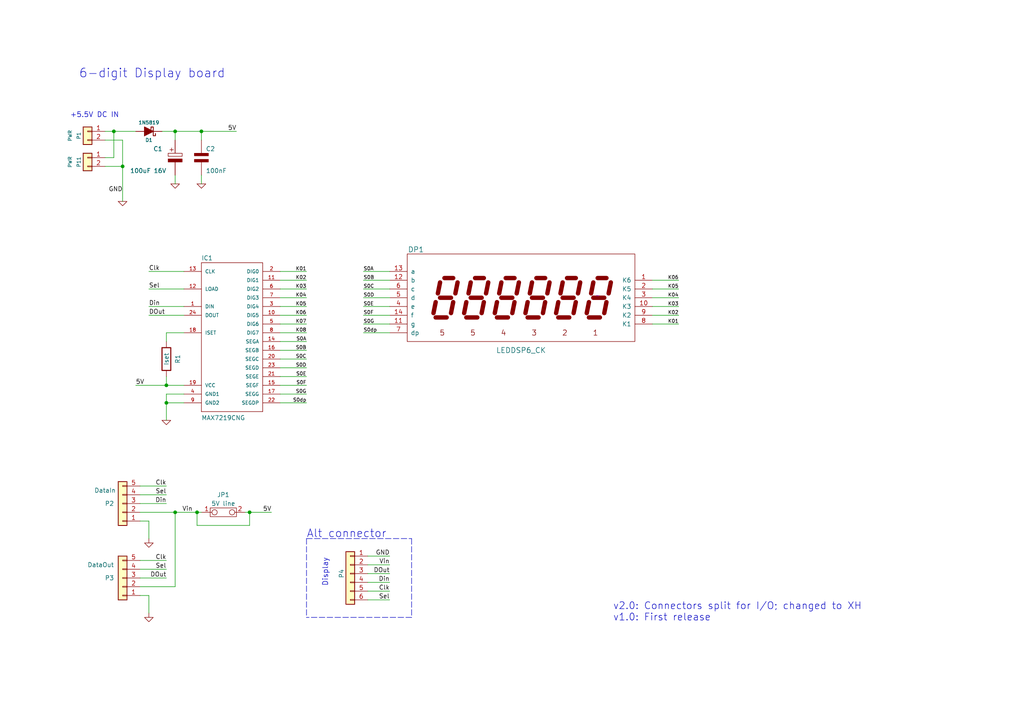
<source format=kicad_sch>
(kicad_sch (version 20211123) (generator eeschema)
  (paper "A4")
  (title_block (date "6 mar 2017") (rev "v1.0"))
  (lib_symbols
    (symbol "Connector_Generic:Conn_01x02" (pin_names (offset 1.016) hide)
      (property "Reference" "J" (at 0 2.54 0))
      (property "Value" "Conn_01x02" (at 0 -5.08 0))
      (symbol "Conn_01x02_1_1"
        (rectangle (start -1.27 -2.413) (end 0 -2.667) (stroke (width 0.1524)))
        (rectangle (start -1.27 0.127) (end 0 -0.127) (stroke (width 0.1524)))
        (rectangle (start -1.27 1.27) (end 1.27 -3.81) (stroke (width 0.254)) (fill (type background)))
        (pin passive line (at -5.08 0 0) (length 3.81) (name "Pin_1") (number "1"))
        (pin passive line (at -5.08 -2.54 0) (length 3.81) (name "Pin_2") (number "2"))
      )
    )
    (symbol "Connector_Generic:Conn_01x05" (pin_names hide)
      (property "Reference" "J" (at 0 7.62 0))
      (property "Value" "Conn_01x05" (at 0 -7.62 0))
      (symbol "Conn_01x05_1_1"
        (rectangle (start -1.27 -4.953) (end 0 -5.207))
        (rectangle (start -1.27 -2.413) (end 0 -2.667))
        (rectangle (start -1.27 0.127) (end 0 -0.127))
        (rectangle (start -1.27 2.667) (end 0 2.413))
        (rectangle (start -1.27 5.207) (end 0 4.953))
        (rectangle (start -1.27 6.35) (end 1.27 -6.35) (stroke (width 0.254)) (fill (type background)))
        (pin passive line (at -5.08 5.08 0) (length 3.81) (name "Pin_1") (number "1"))
        (pin passive line (at -5.08 2.54 0) (length 3.81) (name "Pin_2") (number "2"))
        (pin passive line (at -5.08 0 0) (length 3.81) (name "Pin_3") (number "3"))
        (pin passive line (at -5.08 -2.54 0) (length 3.81) (name "Pin_4") (number "4"))
        (pin passive line (at -5.08 -5.08 0) (length 3.81) (name "Pin_5") (number "5"))
      )
    )
    (symbol "Connector_Generic:Conn_01x06" (pin_names (offset 1.016) hide)
      (property "Reference" "J" (at 0 7.62 0))
      (property "Value" "Conn_01x06" (at 0 -10.16 0))
      (symbol "Conn_01x06_1_1"
        (rectangle (start -1.27 -7.493) (end 0 -7.747) (stroke (width 0.1524)))
        (rectangle (start -1.27 -4.953) (end 0 -5.207) (stroke (width 0.1524)))
        (rectangle (start -1.27 -2.413) (end 0 -2.667) (stroke (width 0.1524)))
        (rectangle (start -1.27 0.127) (end 0 -0.127) (stroke (width 0.1524)))
        (rectangle (start -1.27 2.667) (end 0 2.413) (stroke (width 0.1524)))
        (rectangle (start -1.27 5.207) (end 0 4.953) (stroke (width 0.1524)))
        (rectangle (start -1.27 6.35) (end 1.27 -8.89) (stroke (width 0.254)) (fill (type background)))
        (pin passive line (at -5.08 5.08 0) (length 3.81) (name "Pin_1") (number "1"))
        (pin passive line (at -5.08 2.54 0) (length 3.81) (name "Pin_2") (number "2"))
        (pin passive line (at -5.08 0 0) (length 3.81) (name "Pin_3") (number "3"))
        (pin passive line (at -5.08 -2.54 0) (length 3.81) (name "Pin_4") (number "4"))
        (pin passive line (at -5.08 -5.08 0) (length 3.81) (name "Pin_5") (number "5"))
        (pin passive line (at -5.08 -7.62 0) (length 3.81) (name "Pin_6") (number "6"))
      )
    )
    (symbol "Device:D_Schottky_Filled" (pin_numbers hide) (pin_names (offset 1.016) hide)
      (property "Reference" "D" (at 0 2.54 0))
      (property "Value" "D_Schottky_Filled" (at 0 -2.54 0))
      (symbol "D_Schottky_Filled_0_1"
        (polyline (pts (xy 1.27 0) (xy -1.27 0)))
        (polyline (pts (xy 1.27 1.27) (xy 1.27 -1.27) (xy -1.27 0) (xy 1.27 1.27)) (stroke (width 0.254)) (fill (type outline)))
        (polyline (pts (xy -1.905 0.635) (xy -1.905 1.27) (xy -1.27 1.27) (xy -1.27 -1.27) (xy -0.635 -1.27) (xy -0.635 -0.635)) (stroke (width 0.254)))
      )
      (symbol "D_Schottky_Filled_1_1"
        (pin passive line (at -3.81 0 0) (length 2.54) (name "K") (number "1"))
        (pin passive line (at 3.81 0 180) (length 2.54) (name "A") (number "2"))
      )
    )
    (symbol "FSP-Display6-rescue:GND" (power) (pin_names (offset 0))
      (symbol "GND_0_1"
        (polyline (pts (xy -1.27 0) (xy 0 -1.27) (xy 1.27 0) (xy -1.27 0)))
      )
      (symbol "GND_1_1"
        (pin power_in line (at 0 0 90) (length 0) hide (name "GND") (number "1"))
      )
    )
    (symbol "FSP-Display6-rescue:MAX7219CNG" (pin_names (offset 1.016))
      (property "Reference" "IC" (at -10.16 20.955 0))
      (property "Value" "MAX7219CNG" (at -10.16 -25.4 0))
      (symbol "MAX7219CNG_1_0"
        (polyline (pts (xy -10.16 -22.86) (xy 7.62 -22.86)))
        (polyline (pts (xy -10.16 20.32) (xy -10.16 -22.86)))
        (polyline (pts (xy 7.62 -22.86) (xy 7.62 20.32)))
        (polyline (pts (xy 7.62 20.32) (xy -10.16 20.32)))
      )
      (symbol "MAX7219CNG_1_1"
        (pin input line (at -15.24 7.62 0) (length 5.08) (name "DIN") (number "1"))
        (pin output line (at 12.7 5.08 180) (length 5.08) (name "DIG5") (number "10"))
        (pin output line (at 12.7 15.24 180) (length 5.08) (name "DIG1") (number "11"))
        (pin input line (at -15.24 12.7 0) (length 5.08) (name "LOAD") (number "12"))
        (pin input line (at -15.24 17.78 0) (length 5.08) (name "CLK") (number "13"))
        (pin output line (at 12.7 -2.54 180) (length 5.08) (name "SEGA") (number "14"))
        (pin output line (at 12.7 -15.24 180) (length 5.08) (name "SEGF") (number "15"))
        (pin output line (at 12.7 -5.08 180) (length 5.08) (name "SEGB") (number "16"))
        (pin output line (at 12.7 -17.78 180) (length 5.08) (name "SEGG") (number "17"))
        (pin input line (at -15.24 0 0) (length 5.08) (name "ISET") (number "18"))
        (pin power_in line (at -15.24 -15.24 0) (length 5.08) (name "VCC") (number "19"))
        (pin output line (at 12.7 17.78 180) (length 5.08) (name "DIG0") (number "2"))
        (pin output line (at 12.7 -7.62 180) (length 5.08) (name "SEGC") (number "20"))
        (pin output line (at 12.7 -12.7 180) (length 5.08) (name "SEGE") (number "21"))
        (pin output line (at 12.7 -20.32 180) (length 5.08) (name "SEGDP") (number "22"))
        (pin output line (at 12.7 -10.16 180) (length 5.08) (name "SEGD") (number "23"))
        (pin output line (at -15.24 5.08 0) (length 5.08) (name "DOUT") (number "24"))
        (pin output line (at 12.7 7.62 180) (length 5.08) (name "DIG4") (number "3"))
        (pin power_in line (at -15.24 -17.78 0) (length 5.08) (name "GND1") (number "4"))
        (pin output line (at 12.7 2.54 180) (length 5.08) (name "DIG6") (number "5"))
        (pin output line (at 12.7 12.7 180) (length 5.08) (name "DIG2") (number "6"))
        (pin output line (at 12.7 10.16 180) (length 5.08) (name "DIG3") (number "7"))
        (pin output line (at 12.7 0 180) (length 5.08) (name "DIG7") (number "8"))
        (pin power_in line (at -15.24 -20.32 0) (length 5.08) (name "GND2") (number "9"))
      )
    )
    (symbol "FSP-Display6-rescue:R" (pin_numbers hide) (pin_names (offset 0))
      (property "Reference" "R" (at 3.302 0 90))
      (property "Value" "R" (at 0 0 90))
      (symbol "R_0_1"
        (rectangle (start -1.27 3.302) (end 1.27 -3.302) (stroke (width 0.3048)))
      )
      (symbol "R_1_1"
        (pin passive line (at 0 5.08 270) (length 1.778) (name "~") (number "1"))
        (pin passive line (at 0 -5.08 90) (length 1.778) (name "~") (number "2"))
      )
    )
    (symbol "GCC_Switches:JUMPER2"
      (property "Reference" "JP" (at 7.62 3.81 0))
      (property "Value" "JUMPER2" (at 7.62 -3.81 0))
      (symbol "JUMPER2_0_1"
        (rectangle (start 2.54 1.27) (end 10.16 -1.27))
        (circle (center 3.81 0) (radius 0.762))
        (circle (center 8.89 0) (radius 0.762))
      )
      (symbol "JUMPER2_1_1"
        (pin passive line (at 0 0 0) (length 3.048) (name "~") (number "1"))
        (pin passive line (at 12.7 0 180) (length 3.048) (name "~") (number "2"))
      )
    )
    (symbol "GCC_device:C" (pin_numbers hide) (pin_names (offset 0.254))
      (property "Reference" "C" (at 1.27 2.54 0))
      (property "Value" "C" (at 1.27 -2.54 0))
      (symbol "C_0_1"
        (rectangle (start -2.032 -0.508) (end 2.032 -1.27) (fill (type outline)))
        (rectangle (start -2.032 1.27) (end 2.032 0.508) (fill (type outline)))
      )
      (symbol "C_1_1"
        (pin passive line (at 0 5.08 270) (length 3.81) (name "~") (number "1"))
        (pin passive line (at 0 -5.08 90) (length 3.81) (name "~") (number "2"))
      )
    )
    (symbol "GCC_device:CAPAPOL" (pin_numbers hide) (pin_names (offset 0.254) hide)
      (property "Reference" "C" (at 1.27 2.54 0))
      (property "Value" "CAPAPOL" (at 1.27 -2.54 0))
      (symbol "CAPAPOL_0_1"
        (rectangle (start -2.032 -0.381) (end 2.032 -1.27) (fill (type outline)))
        (rectangle (start -2.032 1.27) (end 2.032 0.381))
        (polyline (pts (xy -1.524 2.286) (xy -0.508 2.286) (xy -0.508 2.286)))
        (polyline (pts (xy -1.016 2.794) (xy -1.016 1.778) (xy -1.016 2.032)))
      )
      (symbol "CAPAPOL_1_1"
        (pin passive line (at 0 5.08 270) (length 3.81) (name "~") (number "1"))
        (pin passive line (at 0 -5.08 90) (length 3.81) (name "~") (number "2"))
      )
    )
    (symbol "GCC_display:LEDDSP6_CK" (pin_names (offset 1.016))
      (property "Reference" "S" (at -30.48 13.97 0))
      (property "Value" "LEDDSP6_CK" (at 0 -15.24 0))
      (symbol "LEDDSP6_CK_0_0"
        (text "1" (at 21.59 -10.16 0) (effects (font (size 1.524 1.524))))
        (text "2" (at 12.7 -10.16 0) (effects (font (size 1.524 1.524))))
        (text "3" (at 3.81 -10.16 0) (effects (font (size 1.524 1.524))))
        (text "4" (at -5.08 -10.16 0) (effects (font (size 1.524 1.524))))
        (text "5" (at -22.86 -10.16 0) (effects (font (size 1.524 1.524))))
        (text "5" (at -13.97 -10.16 0) (effects (font (size 1.524 1.524))))
      )
      (symbol "LEDDSP6_CK_0_1"
        (rectangle (start -33.02 12.7) (end 33.02 -12.7))
        (polyline (pts (xy -24.765 -5.715) (xy -21.59 -5.715)) (stroke (width 1.27)))
        (polyline (pts (xy -24.765 -1.27) (xy -25.4 -4.445)) (stroke (width 1.27)))
        (polyline (pts (xy -24.13 1.27) (xy -23.495 4.445)) (stroke (width 1.27)))
        (polyline (pts (xy -23.495 0) (xy -20.32 0)) (stroke (width 1.27)))
        (polyline (pts (xy -22.225 5.715) (xy -19.685 5.715)) (stroke (width 1.27)))
        (polyline (pts (xy -19.685 -1.27) (xy -20.32 -4.445)) (stroke (width 1.27)))
        (polyline (pts (xy -19.05 -5.715) (xy -19.05 -5.715)) (stroke (width 1.27)))
        (polyline (pts (xy -19.05 1.27) (xy -18.415 4.445)) (stroke (width 1.27)))
        (polyline (pts (xy -15.875 -5.715) (xy -12.7 -5.715)) (stroke (width 1.27)))
        (polyline (pts (xy -15.875 -1.27) (xy -16.51 -4.445)) (stroke (width 1.27)))
        (polyline (pts (xy -15.24 1.27) (xy -14.605 4.445)) (stroke (width 1.27)))
        (polyline (pts (xy -14.605 0) (xy -11.43 0)) (stroke (width 1.27)))
        (polyline (pts (xy -13.335 5.715) (xy -10.795 5.715)) (stroke (width 1.27)))
        (polyline (pts (xy -10.795 -1.27) (xy -11.43 -4.445)) (stroke (width 1.27)))
        (polyline (pts (xy -10.16 -5.715) (xy -10.16 -5.715)) (stroke (width 1.27)))
        (polyline (pts (xy -10.16 1.27) (xy -9.525 4.445)) (stroke (width 1.27)))
        (polyline (pts (xy -6.985 -5.715) (xy -3.81 -5.715)) (stroke (width 1.27)))
        (polyline (pts (xy -6.985 -1.27) (xy -7.62 -4.445)) (stroke (width 1.27)))
        (polyline (pts (xy -6.35 1.27) (xy -5.715 4.445)) (stroke (width 1.27)))
        (polyline (pts (xy -5.715 0) (xy -2.54 0)) (stroke (width 1.27)))
        (polyline (pts (xy -4.445 5.715) (xy -1.905 5.715)) (stroke (width 1.27)))
        (polyline (pts (xy -1.905 -1.27) (xy -2.54 -4.445)) (stroke (width 1.27)))
        (polyline (pts (xy -1.27 -5.715) (xy -1.27 -5.715)) (stroke (width 1.27)))
        (polyline (pts (xy -1.27 1.27) (xy -0.635 4.445)) (stroke (width 1.27)))
        (polyline (pts (xy 1.905 -5.715) (xy 5.08 -5.715)) (stroke (width 1.27)))
        (polyline (pts (xy 1.905 -1.27) (xy 1.27 -4.445)) (stroke (width 1.27)))
        (polyline (pts (xy 2.54 1.27) (xy 3.175 4.445)) (stroke (width 1.27)))
        (polyline (pts (xy 3.175 0) (xy 6.35 0)) (stroke (width 1.27)))
        (polyline (pts (xy 4.445 5.715) (xy 6.985 5.715)) (stroke (width 1.27)))
        (polyline (pts (xy 6.985 -1.27) (xy 6.35 -4.445)) (stroke (width 1.27)))
        (polyline (pts (xy 7.62 -5.715) (xy 7.62 -5.715)) (stroke (width 1.27)))
        (polyline (pts (xy 7.62 1.27) (xy 8.255 4.445)) (stroke (width 1.27)))
        (polyline (pts (xy 10.795 -5.715) (xy 13.97 -5.715)) (stroke (width 1.27)))
        (polyline (pts (xy 10.795 -1.27) (xy 10.16 -4.445)) (stroke (width 1.27)))
        (polyline (pts (xy 11.43 1.27) (xy 12.065 4.445)) (stroke (width 1.27)))
        (polyline (pts (xy 12.065 0) (xy 15.24 0)) (stroke (width 1.27)))
        (polyline (pts (xy 13.335 5.715) (xy 15.875 5.715)) (stroke (width 1.27)))
        (polyline (pts (xy 15.875 -1.27) (xy 15.24 -4.445)) (stroke (width 1.27)))
        (polyline (pts (xy 16.51 -5.715) (xy 16.51 -5.715)) (stroke (width 1.27)))
        (polyline (pts (xy 16.51 1.27) (xy 17.145 4.445)) (stroke (width 1.27)))
        (polyline (pts (xy 19.685 -5.715) (xy 22.86 -5.715)) (stroke (width 1.27)))
        (polyline (pts (xy 19.685 -1.27) (xy 19.05 -4.445)) (stroke (width 1.27)))
        (polyline (pts (xy 20.32 1.27) (xy 20.955 4.445)) (stroke (width 1.27)))
        (polyline (pts (xy 20.955 0) (xy 24.13 0)) (stroke (width 1.27)))
        (polyline (pts (xy 22.225 5.715) (xy 24.765 5.715)) (stroke (width 1.27)))
        (polyline (pts (xy 24.765 -1.27) (xy 24.13 -4.445)) (stroke (width 1.27)))
        (polyline (pts (xy 25.4 -5.715) (xy 25.4 -5.715)) (stroke (width 1.27)))
        (polyline (pts (xy 25.4 1.27) (xy 26.035 4.445)) (stroke (width 1.27)))
      )
      (symbol "LEDDSP6_CK_1_1"
        (pin passive line (at 38.1 5.08 180) (length 5.08) (name "K6") (number "1"))
        (pin passive line (at 38.1 -2.54 180) (length 5.08) (name "K3") (number "10"))
        (pin passive line (at -38.1 -7.62 0) (length 5.08) (name "g") (number "11"))
        (pin passive line (at -38.1 5.08 0) (length 5.08) (name "b") (number "12"))
        (pin passive line (at -38.1 7.62 0) (length 5.08) (name "a") (number "13"))
        (pin passive line (at -38.1 -5.08 0) (length 5.08) (name "f") (number "14"))
        (pin passive line (at 38.1 2.54 180) (length 5.08) (name "K5") (number "2"))
        (pin passive line (at 38.1 0 180) (length 5.08) (name "K4") (number "3"))
        (pin passive line (at -38.1 -2.54 0) (length 5.08) (name "e") (number "4"))
        (pin passive line (at -38.1 0 0) (length 5.08) (name "d") (number "5"))
        (pin passive line (at -38.1 2.54 0) (length 5.08) (name "c") (number "6"))
        (pin passive line (at -38.1 -10.16 0) (length 5.08) (name "dp") (number "7"))
        (pin passive line (at 38.1 -7.62 180) (length 5.08) (name "K1") (number "8"))
        (pin passive line (at 38.1 -5.08 180) (length 5.08) (name "K2") (number "9"))
      )
    )
    (symbol "power:GND" (power) (pin_names (offset 0))
      (property "Value" "GND" (at 0 -3.81 0))
      (symbol "GND_0_1"
        (polyline (pts (xy 0 0) (xy 0 -1.27) (xy 1.27 -1.27) (xy 0 -2.54) (xy -1.27 -1.27) (xy 0 -1.27)))
      )
      (symbol "GND_1_1"
        (pin power_in line (at 0 0 270) (length 0) hide (name "GND") (number "1"))
      )
    )
  )
  (junction (at 48.26 111.76))
  (junction (at 50.8 148.59))
  (junction (at 57.15 148.59))
  (junction (at 33.02 38.1))
  (junction (at 72.39 148.59))
  (junction (at 35.56 48.26))
  (junction (at 48.26 116.84))
  (junction (at 50.8 38.1))
  (junction (at 58.42 38.1))
  (wire (pts (xy 72.39 152.4) (xy 72.39 148.59)))
  (wire (pts (xy 48.26 116.84) (xy 53.34 116.84)))
  (wire (pts (xy 105.41 93.98) (xy 113.03 93.98)))
  (wire (pts (xy 113.03 161.29) (xy 106.68 161.29)))
  (wire (pts (xy 48.26 111.76) (xy 53.34 111.76)))
  (wire (pts (xy 48.26 162.56) (xy 40.64 162.56)))
  (wire (pts (xy 105.41 78.74) (xy 113.03 78.74)))
  (wire (pts (xy 106.68 171.45) (xy 113.03 171.45)))
  (wire (pts (xy 81.28 114.3) (xy 88.9 114.3)))
  (wire (pts (xy 53.34 88.9) (xy 43.18 88.9)))
  (wire (pts (xy 53.34 78.74) (xy 43.18 78.74)))
  (wire (pts (xy 71.12 148.59) (xy 72.39 148.59)))
  (wire (pts (xy 189.23 83.82) (xy 196.85 83.82)))
  (wire (pts (xy 58.42 50.8) (xy 58.42 53.34)))
  (wire (pts (xy 53.34 83.82) (xy 43.18 83.82)))
  (wire (pts (xy 105.41 96.52) (xy 113.03 96.52)))
  (wire (pts (xy 40.64 151.13) (xy 43.18 151.13)))
  (wire (pts (xy 105.41 88.9) (xy 113.03 88.9)))
  (wire (pts (xy 50.8 50.8) (xy 50.8 53.34)))
  (wire (pts (xy 72.39 148.59) (xy 78.74 148.59)))
  (wire (pts (xy 48.26 109.22) (xy 48.26 111.76)))
  (wire (pts (xy 57.15 148.59) (xy 57.15 152.4)))
  (wire (pts (xy 48.26 143.51) (xy 40.64 143.51)))
  (wire (pts (xy 105.41 81.28) (xy 113.03 81.28)))
  (wire (pts (xy 50.8 38.1) (xy 58.42 38.1)))
  (wire (pts (xy 50.8 38.1) (xy 50.8 40.64)))
  (wire (pts (xy 30.48 45.72) (xy 33.02 45.72)))
  (wire (pts (xy 57.15 152.4) (xy 72.39 152.4)))
  (wire (pts (xy 81.28 96.52) (xy 88.9 96.52)))
  (wire (pts (xy 81.28 104.14) (xy 88.9 104.14)))
  (wire (pts (xy 81.28 109.22) (xy 88.9 109.22)))
  (wire (pts (xy 46.99 38.1) (xy 50.8 38.1)))
  (wire (pts (xy 40.64 172.72) (xy 43.18 172.72)))
  (wire (pts (xy 35.56 40.64) (xy 30.48 40.64)))
  (wire (pts (xy 39.37 111.76) (xy 48.26 111.76)))
  (wire (pts (xy 81.28 86.36) (xy 88.9 86.36)))
  (wire (pts (xy 50.8 148.59) (xy 50.8 170.18)))
  (wire (pts (xy 189.23 91.44) (xy 196.85 91.44)))
  (wire (pts (xy 81.28 106.68) (xy 88.9 106.68)))
  (wire (pts (xy 30.48 38.1) (xy 33.02 38.1)))
  (wire (pts (xy 53.34 91.44) (xy 43.18 91.44)))
  (wire (pts (xy 81.28 99.06) (xy 88.9 99.06)))
  (wire (pts (xy 53.34 114.3) (xy 48.26 114.3)))
  (wire (pts (xy 105.41 83.82) (xy 113.03 83.82)))
  (wire (pts (xy 81.28 78.74) (xy 88.9 78.74)))
  (wire (pts (xy 30.48 48.26) (xy 35.56 48.26)))
  (polyline (pts (xy 88.9 156.21) (xy 119.38 156.21)))
  (wire (pts (xy 106.68 163.83) (xy 113.03 163.83)))
  (wire (pts (xy 57.15 148.59) (xy 58.42 148.59)))
  (wire (pts (xy 35.56 40.64) (xy 35.56 48.26)))
  (wire (pts (xy 35.56 48.26) (xy 35.56 58.42)))
  (wire (pts (xy 189.23 88.9) (xy 196.85 88.9)))
  (wire (pts (xy 81.28 83.82) (xy 88.9 83.82)))
  (wire (pts (xy 53.34 96.52) (xy 48.26 96.52)))
  (polyline (pts (xy 119.38 179.07) (xy 88.9 179.07)))
  (wire (pts (xy 113.03 168.91) (xy 106.68 168.91)))
  (wire (pts (xy 189.23 81.28) (xy 196.85 81.28)))
  (wire (pts (xy 48.26 167.64) (xy 40.64 167.64)))
  (wire (pts (xy 40.64 170.18) (xy 50.8 170.18)))
  (wire (pts (xy 48.26 116.84) (xy 48.26 121.92)))
  (wire (pts (xy 81.28 81.28) (xy 88.9 81.28)))
  (wire (pts (xy 105.41 91.44) (xy 113.03 91.44)))
  (wire (pts (xy 81.28 88.9) (xy 88.9 88.9)))
  (polyline (pts (xy 88.9 156.21) (xy 88.9 179.07)))
  (wire (pts (xy 189.23 93.98) (xy 196.85 93.98)))
  (wire (pts (xy 189.23 86.36) (xy 196.85 86.36)))
  (wire (pts (xy 40.64 148.59) (xy 50.8 148.59)))
  (wire (pts (xy 48.26 146.05) (xy 40.64 146.05)))
  (wire (pts (xy 33.02 45.72) (xy 33.02 38.1)))
  (wire (pts (xy 81.28 116.84) (xy 88.9 116.84)))
  (wire (pts (xy 81.28 93.98) (xy 88.9 93.98)))
  (wire (pts (xy 58.42 38.1) (xy 68.58 38.1)))
  (wire (pts (xy 81.28 111.76) (xy 88.9 111.76)))
  (wire (pts (xy 43.18 172.72) (xy 43.18 177.8)))
  (wire (pts (xy 48.26 114.3) (xy 48.26 116.84)))
  (wire (pts (xy 43.18 151.13) (xy 43.18 156.21)))
  (wire (pts (xy 33.02 38.1) (xy 39.37 38.1)))
  (wire (pts (xy 113.03 173.99) (xy 106.68 173.99)))
  (wire (pts (xy 48.26 165.1) (xy 40.64 165.1)))
  (wire (pts (xy 50.8 148.59) (xy 57.15 148.59)))
  (polyline (pts (xy 119.38 156.21) (xy 119.38 179.07)))
  (wire (pts (xy 48.26 96.52) (xy 48.26 99.06)))
  (wire (pts (xy 105.41 86.36) (xy 113.03 86.36)))
  (wire (pts (xy 81.28 91.44) (xy 88.9 91.44)))
  (wire (pts (xy 113.03 166.37) (xy 106.68 166.37)))
  (wire (pts (xy 58.42 38.1) (xy 58.42 40.64)))
  (wire (pts (xy 81.28 101.6) (xy 88.9 101.6)))
  (wire (pts (xy 48.26 140.97) (xy 40.64 140.97)))
  (text "Alt connector" (at 88.9 156.21 0) (effects (font (size 2.286 2.286)) (justify left bottom)))
  (text "+5.5V DC IN" (at 20.32 34.29 0) (effects (font (size 1.4732 1.4732)) (justify left bottom)))
  (text "v2.0: Connectors split for I/O; changed to XH\nv1.0: First release" (at 177.8 180.34 0) (effects (font (size 2.032 2.032)) (justify left bottom)))
  (text "Display" (at 95.25 170.18 90) (effects (font (size 1.524 1.524)) (justify left bottom)))
  (text "6-digit Display board" (at 22.86 22.86 0) (effects (font (size 2.54 2.54)) (justify left bottom)))
  (label "S0dp" (at 88.9 116.84 180) (effects (font (size 1.016 1.016))))
  (label "DOut" (at 113.03 166.37 180))
  (label "K01" (at 88.9 78.74 180) (effects (font (size 1.016 1.016))))
  (label "S0A" (at 88.9 99.06 180) (effects (font (size 1.016 1.016))))
  (label "S0F" (at 88.9 111.76 180) (effects (font (size 1.016 1.016))))
  (label "K02" (at 88.9 81.28 180) (effects (font (size 1.016 1.016))))
  (label "K05" (at 196.85 83.82 180) (effects (font (size 1.016 1.016))))
  (label "S0B" (at 88.9 101.6 180) (effects (font (size 1.016 1.016))))
  (label "Sel" (at 43.18 83.82 0))
  (label "Sel" (at 113.03 173.99 180))
  (label "S0C" (at 88.9 104.14 180) (effects (font (size 1.016 1.016))))
  (label "Sel" (at 48.26 143.51 180))
  (label "K03" (at 196.85 88.9 180) (effects (font (size 1.016 1.016))))
  (label "Sel" (at 48.26 165.1 180))
  (label "DOut" (at 43.18 91.44 0))
  (label "K08" (at 88.9 96.52 180) (effects (font (size 1.016 1.016))))
  (label "GND" (at 35.56 55.88 180))
  (label "S0F" (at 105.41 91.44 0) (effects (font (size 1.016 1.016))))
  (label "S0E" (at 105.41 88.9 0) (effects (font (size 1.016 1.016))))
  (label "K03" (at 88.9 83.82 180) (effects (font (size 1.016 1.016))))
  (label "S0G" (at 105.41 93.98 0) (effects (font (size 1.016 1.016))))
  (label "K06" (at 88.9 91.44 180) (effects (font (size 1.016 1.016))))
  (label "K05" (at 88.9 88.9 180) (effects (font (size 1.016 1.016))))
  (label "Vin" (at 55.88 148.59 180))
  (label "K02" (at 196.85 91.44 180) (effects (font (size 1.016 1.016))))
  (label "Clk" (at 48.26 162.56 180))
  (label "K04" (at 196.85 86.36 180) (effects (font (size 1.016 1.016))))
  (label "K06" (at 196.85 81.28 180) (effects (font (size 1.016 1.016))))
  (label "S0B" (at 105.41 81.28 0) (effects (font (size 1.016 1.016))))
  (label "Din" (at 43.18 88.9 0))
  (label "K04" (at 88.9 86.36 180) (effects (font (size 1.016 1.016))))
  (label "GND" (at 113.03 161.29 180))
  (label "S0D" (at 105.41 86.36 0) (effects (font (size 1.016 1.016))))
  (label "Clk" (at 113.03 171.45 180))
  (label "S0E" (at 88.9 109.22 180) (effects (font (size 1.016 1.016))))
  (label "S0dp" (at 105.41 96.52 0) (effects (font (size 1.016 1.016))))
  (label "S0G" (at 88.9 114.3 180) (effects (font (size 1.016 1.016))))
  (label "Din" (at 113.03 168.91 180))
  (label "5V" (at 68.58 38.1 180))
  (label "5V" (at 39.37 111.76 0))
  (label "Clk" (at 48.26 140.97 180))
  (label "Vin" (at 113.03 163.83 180))
  (label "DOut" (at 48.26 167.64 180))
  (label "S0A" (at 105.41 78.74 0) (effects (font (size 1.016 1.016))))
  (label "S0C" (at 105.41 83.82 0) (effects (font (size 1.016 1.016))))
  (label "K07" (at 88.9 93.98 180) (effects (font (size 1.016 1.016))))
  (label "S0D" (at 88.9 106.68 180) (effects (font (size 1.016 1.016))))
  (label "5V" (at 78.74 148.59 180))
  (label "Din" (at 48.26 146.05 180))
  (label "Clk" (at 43.18 78.74 0))
  (label "K01" (at 196.85 93.98 180) (effects (font (size 1.016 1.016))))
  (symbol (lib_id "Device:D_Schottky_Filled") (at 43.18 38.1 180) (unit 1)
    (property "Reference" "D1" (at 43.18 40.64 0) (effects (font (size 1.016 1.016))))
    (property "Value" "1N5819" (at 43.18 35.56 0) (effects (font (size 1.016 1.016))))
    (property "Footprint" "Diode_SMD:D_SMA_Handsoldering" (effects hide))
  )
  (symbol (lib_id "GCC_device:C") (at 58.42 45.72 0) (unit 1)
    (property "Reference" "C2" (at 59.69 43.18 0) (effects (justify left)))
    (property "Value" "100nF" (at 59.69 49.53 0) (effects (justify left)))
    (property "Footprint" "Capacitor_SMD:C_1206_3216Metric_Pad1.33x1.80mm_HandSolder" (effects hide))
  )
  (symbol (lib_id "FSP-Display6-rescue:GND") (at 50.8 53.34 0) (unit 1)
    (property "Reference" "#PWR01" (effects hide))
    (property "Value" "GND" (effects hide))
  )
  (symbol (lib_id "FSP-Display6-rescue:GND") (at 58.42 53.34 0) (unit 1)
    (property "Reference" "#PWR02" (effects hide))
    (property "Value" "GND" (effects hide))
  )
  (symbol (lib_id "FSP-Display6-rescue:GND") (at 35.56 58.42 0) (unit 1)
    (property "Reference" "#PWR03" (effects hide))
    (property "Value" "GND" (effects hide))
  )
  (symbol (lib_id "Connector_Generic:Conn_01x02") (at 25.4 38.1 0) (mirror y) (unit 1)
    (property "Reference" "P1" (at 22.86 39.37 90) (effects (font (size 1.016 1.016))))
    (property "Value" "PWR" (at 20.32 39.37 90) (effects (font (size 1.016 1.016))))
    (property "Footprint" "Connector_PinHeader_2.54mm:PinHeader_1x02_P2.54mm_Vertical" (effects hide))
  )
  (symbol (lib_id "FSP-Display6-rescue:MAX7219CNG") (at 68.58 96.52 0) (unit 1)
    (property "Reference" "IC1" (at 58.42 75.565 0) (effects (justify left bottom)))
    (property "Value" "MAX7219CNG" (at 58.42 121.92 0) (effects (justify left bottom)))
    (property "Footprint" "Package_DIP:DIP-24_W7.62mm" (effects hide))
  )
  (symbol (lib_id "FSP-Display6-rescue:R") (at 48.26 104.14 0) (unit 1)
    (property "Reference" "R1" (at 51.562 104.14 90))
    (property "Value" "Iset" (at 48.26 104.14 90))
    (property "Footprint" "Resistor_THT:R_Axial_DIN0207_L6.3mm_D2.5mm_P10.16mm_Horizontal" (effects hide))
  )
  (symbol (lib_id "GCC_device:CAPAPOL") (at 50.8 45.72 0) (unit 1)
    (property "Reference" "C1" (at 44.45 43.18 0) (effects (justify left)))
    (property "Value" "100uF 16V" (at 48.26 49.53 0) (effects (justify right)))
    (property "Footprint" "Capacitor_THT:CP_Radial_D4.0mm_P2.00mm" (effects hide))
  )
  (symbol (lib_id "FSP-Display6-rescue:GND") (at 48.26 121.92 0) (unit 1)
    (property "Reference" "#PWR05" (effects hide))
    (property "Value" "GND" (effects hide))
  )
  (symbol (lib_id "GCC_display:LEDDSP6_CK") (at 151.13 86.36 0) (unit 1)
    (property "Reference" "DP1" (at 120.65 72.39 0) (effects (font (size 1.524 1.524))))
    (property "Value" "LEDDSP6_CK" (at 151.13 101.6 0) (effects (font (size 1.524 1.524))))
    (property "Footprint" "GCC_Display:Disp7s6x_036" (effects hide))
    (property "Datasheet" "~" (at 173.355 85.725 0) (effects (font (size 1.524 1.524))))
  )
  (symbol (lib_id "Connector_Generic:Conn_01x02") (at 25.4 45.72 0) (mirror y) (unit 1)
    (property "Reference" "P11" (at 22.86 46.99 90) (effects (font (size 1.016 1.016))))
    (property "Value" "PWR" (at 20.32 46.99 90) (effects (font (size 1.016 1.016))))
    (property "Footprint" "GCC_Headers:HDR2-3.50+3.81mm" (effects hide))
  )
  (symbol (lib_id "Connector_Generic:Conn_01x06") (at 101.6 166.37 0) (mirror y) (unit 1) (in_bom no) (on_board no)
    (property "Reference" "P4" (at 99.06 166.37 90))
    (property "Value" "CONN-6" (effects hide))
    (property "Footprint" "Connector_PinHeader_2.54mm:PinHeader_1x06_P2.54mm_Vertical" (effects hide))
  )
  (symbol (lib_id "power:GND") (at 43.18 156.21 0) (unit 1)
    (property "Reference" "#PWR0101" (effects hide))
    (property "Value" "GND" (effects hide))
    (property "Source" "ANY" (effects hide))
    (property "Critical" "N" (effects hide))
  )
  (symbol (lib_id "Connector_Generic:Conn_01x05") (at 35.56 146.05 180) (unit 1)
    (property "Reference" "P2" (at 31.75 146.05 0))
    (property "Value" "DataIn" (at 30.48 142.24 0))
    (property "Footprint" "Connector_JST:JST_XH_B5B-XH-A_1x05_P2.50mm_Vertical" (effects hide))
  )
  (symbol (lib_id "Connector_Generic:Conn_01x05") (at 35.56 167.64 180) (unit 1)
    (property "Reference" "P3" (at 31.75 167.64 0))
    (property "Value" "DataOut" (at 29.21 163.83 0))
    (property "Footprint" "Connector_JST:JST_XH_B5B-XH-A_1x05_P2.50mm_Vertical" (effects hide))
  )
  (symbol (lib_id "GCC_Switches:JUMPER2") (at 58.42 148.59 0) (unit 1)
    (property "Reference" "JP1" (at 64.77 143.51 0))
    (property "Value" "5V line" (at 64.77 146.05 0))
    (property "Footprint" "Jumper:SolderJumper-2_P1.3mm_Bridged_Pad1.0x1.5mm" (effects hide))
  )
  (symbol (lib_id "power:GND") (at 43.18 177.8 0) (unit 1)
    (property "Reference" "#PWR0102" (effects hide))
    (property "Value" "GND" (effects hide))
    (property "Source" "ANY" (effects hide))
    (property "Critical" "N" (effects hide))
  )
)
</source>
